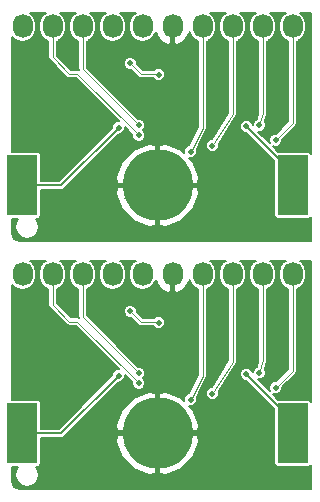
<source format=gbl>
G04 #@! TF.FileFunction,Copper,L2,Bot,Signal*
%FSLAX46Y46*%
G04 Gerber Fmt 4.6, Leading zero omitted, Abs format (unit mm)*
G04 Created by KiCad (PCBNEW 4.0.2+dfsg1-stable) date 2017年01月10日 18時20分23秒*
%MOMM*%
G01*
G04 APERTURE LIST*
%ADD10C,0.100000*%
%ADD11O,6.000000X6.000000*%
%ADD12R,2.500000X5.100000*%
%ADD13O,1.700000X2.032000*%
%ADD14O,1.727200X2.032000*%
%ADD15C,0.500000*%
%ADD16C,0.200000*%
G04 APERTURE END LIST*
D10*
D11*
X156743400Y-86893400D03*
D12*
X168193400Y-86893400D03*
X145293400Y-86893400D03*
D13*
X168173400Y-73431400D03*
D14*
X165633400Y-73431400D03*
X163093400Y-73431400D03*
X160553400Y-73431400D03*
X158013400Y-73431400D03*
X155473400Y-73431400D03*
X152933400Y-73431400D03*
X150393400Y-73431400D03*
X147853400Y-73431400D03*
X145313400Y-73431400D03*
D13*
X168173400Y-94411800D03*
D14*
X165633400Y-94411800D03*
X163093400Y-94411800D03*
X160553400Y-94411800D03*
X158013400Y-94411800D03*
X155473400Y-94411800D03*
X152933400Y-94411800D03*
X150393400Y-94411800D03*
X147853400Y-94411800D03*
X145313400Y-94411800D03*
D11*
X156743400Y-107873800D03*
D12*
X168193400Y-107873800D03*
X145293400Y-107873800D03*
D15*
X147345400Y-76860400D03*
X167081200Y-76733400D03*
X169011600Y-76758800D03*
X149326600Y-76682600D03*
X159207200Y-85826600D03*
X158750000Y-75996800D03*
X158775400Y-78181200D03*
X162306000Y-75946000D03*
X162306000Y-78232000D03*
X162306000Y-99212400D03*
X162306000Y-96926400D03*
X158775400Y-99161600D03*
X158750000Y-96977200D03*
X159207200Y-106807000D03*
X149326600Y-97663000D03*
X169011600Y-97739200D03*
X167081200Y-97713800D03*
X147345400Y-97840800D03*
X164261800Y-81889600D03*
X153441400Y-82003900D03*
X153441400Y-102984300D03*
X164261800Y-102870000D03*
X166725600Y-83058000D03*
X166725600Y-104038400D03*
X165345207Y-81784809D03*
X165345207Y-102765209D03*
X161378900Y-83527900D03*
X161378900Y-104508300D03*
X159537400Y-84035900D03*
X159537400Y-105016300D03*
X155155900Y-81813400D03*
X155155900Y-102793800D03*
X155155900Y-82638900D03*
X155155900Y-103619300D03*
X154406600Y-76555600D03*
X156819600Y-77520800D03*
X156819600Y-98501200D03*
X154406600Y-97536000D03*
D16*
X167081200Y-76733400D02*
X167081200Y-76758800D01*
X169011600Y-76758800D02*
X169011600Y-76733400D01*
X149326600Y-76682600D02*
X149326600Y-76708000D01*
X157116200Y-87917600D02*
X159207200Y-85826600D01*
X154000000Y-87917600D02*
X157116200Y-87917600D01*
X158750000Y-75996800D02*
X158775400Y-76022200D01*
X158775400Y-76022200D02*
X158775400Y-78181200D01*
X162306000Y-75946000D02*
X162306000Y-78232000D01*
X162306000Y-96926400D02*
X162306000Y-99212400D01*
X158775400Y-97002600D02*
X158775400Y-99161600D01*
X158750000Y-96977200D02*
X158775400Y-97002600D01*
X154000000Y-108898000D02*
X157116200Y-108898000D01*
X157116200Y-108898000D02*
X159207200Y-106807000D01*
X149326600Y-97663000D02*
X149326600Y-97688400D01*
X169011600Y-97739200D02*
X169011600Y-97713800D01*
X167081200Y-97713800D02*
X167081200Y-97739200D01*
X168193400Y-85821200D02*
X164261800Y-81889600D01*
X168193400Y-86893400D02*
X168193400Y-85821200D01*
X145293400Y-86893400D02*
X145923000Y-86893400D01*
X145293400Y-86893400D02*
X145884900Y-86893400D01*
X148551900Y-86893400D02*
X153441400Y-82003900D01*
X145293400Y-86893400D02*
X148551900Y-86893400D01*
X145293400Y-107873800D02*
X148551900Y-107873800D01*
X148551900Y-107873800D02*
X153441400Y-102984300D01*
X145293400Y-107873800D02*
X145884900Y-107873800D01*
X145293400Y-107873800D02*
X145923000Y-107873800D01*
X168193400Y-107873800D02*
X168193400Y-106801600D01*
X168193400Y-106801600D02*
X164261800Y-102870000D01*
D10*
X166725600Y-83058000D02*
X168173400Y-81610200D01*
X168173400Y-81610200D02*
X168173400Y-73431400D01*
X168173400Y-102590600D02*
X168173400Y-94411800D01*
X166725600Y-104038400D02*
X168173400Y-102590600D01*
X165345207Y-81784809D02*
X165633400Y-80721200D01*
X165633400Y-80721200D02*
X165633400Y-73431400D01*
X165633400Y-101701600D02*
X165633400Y-94411800D01*
X165345207Y-102765209D02*
X165633400Y-101701600D01*
X161378900Y-83527900D02*
X163093400Y-80822800D01*
X163093400Y-80822800D02*
X163093400Y-73431400D01*
X163093400Y-101803200D02*
X163093400Y-94411800D01*
X161378900Y-104508300D02*
X163093400Y-101803200D01*
X159537400Y-84035900D02*
X160553400Y-82067400D01*
X160553400Y-82067400D02*
X160553400Y-73431400D01*
X160553400Y-103047800D02*
X160553400Y-94411800D01*
X159537400Y-105016300D02*
X160553400Y-103047800D01*
X155155900Y-81813400D02*
X150393400Y-77050900D01*
X150393400Y-77050900D02*
X150393400Y-73431400D01*
X150393400Y-98031300D02*
X150393400Y-94411800D01*
X155155900Y-102793800D02*
X150393400Y-98031300D01*
X155155900Y-82638900D02*
X149948900Y-77431900D01*
X149948900Y-77431900D02*
X149250400Y-77431900D01*
X149250400Y-77431900D02*
X147853400Y-76034900D01*
X147853400Y-76034900D02*
X147853400Y-73431400D01*
X147853400Y-97015300D02*
X147853400Y-94411800D01*
X149250400Y-98412300D02*
X147853400Y-97015300D01*
X149948900Y-98412300D02*
X149250400Y-98412300D01*
X155155900Y-103619300D02*
X149948900Y-98412300D01*
X155321000Y-77470000D02*
X154406600Y-76555600D01*
X156768800Y-77470000D02*
X155321000Y-77470000D01*
X156819600Y-77520800D02*
X156768800Y-77470000D01*
X156819600Y-98501200D02*
X156768800Y-98450400D01*
X156768800Y-98450400D02*
X155321000Y-98450400D01*
X155321000Y-98450400D02*
X154406600Y-97536000D01*
D16*
G36*
X152110611Y-93410829D02*
X151858374Y-93788328D01*
X151769800Y-94233618D01*
X151769800Y-94589982D01*
X151858374Y-95035272D01*
X152110611Y-95412771D01*
X152488110Y-95665008D01*
X152933400Y-95753582D01*
X153378690Y-95665008D01*
X153756189Y-95412771D01*
X154008426Y-95035272D01*
X154097000Y-94589982D01*
X154097000Y-94233618D01*
X154008426Y-93788328D01*
X153756189Y-93410829D01*
X153534648Y-93262800D01*
X154872152Y-93262800D01*
X154650611Y-93410829D01*
X154398374Y-93788328D01*
X154309800Y-94233618D01*
X154309800Y-94589982D01*
X154398374Y-95035272D01*
X154650611Y-95412771D01*
X155028110Y-95665008D01*
X155473400Y-95753582D01*
X155918690Y-95665008D01*
X156296189Y-95412771D01*
X156548426Y-95035272D01*
X156583521Y-94858840D01*
X156759562Y-95334429D01*
X157149759Y-95755622D01*
X157632351Y-95985611D01*
X157859400Y-95874783D01*
X157859400Y-94565800D01*
X157839400Y-94565800D01*
X157839400Y-94257800D01*
X157859400Y-94257800D01*
X157859400Y-94237800D01*
X158167400Y-94237800D01*
X158167400Y-94257800D01*
X158187400Y-94257800D01*
X158187400Y-94565800D01*
X158167400Y-94565800D01*
X158167400Y-95874783D01*
X158394449Y-95985611D01*
X158877041Y-95755622D01*
X159267238Y-95334429D01*
X159443279Y-94858840D01*
X159478374Y-95035272D01*
X159730611Y-95412771D01*
X160108110Y-95665008D01*
X160203400Y-95683962D01*
X160203400Y-102962805D01*
X159427173Y-104466744D01*
X159226257Y-104549761D01*
X159071405Y-104704343D01*
X158987496Y-104906418D01*
X158987317Y-105111465D01*
X158758166Y-104880738D01*
X157459406Y-104337554D01*
X156897400Y-104421083D01*
X156897400Y-107719800D01*
X160195967Y-107719800D01*
X160279641Y-107157795D01*
X159750196Y-105879589D01*
X159438961Y-105566214D01*
X159646322Y-105566395D01*
X159848543Y-105482839D01*
X160003395Y-105328257D01*
X160087304Y-105126182D01*
X160087495Y-104907378D01*
X160043030Y-104799763D01*
X160864417Y-103208325D01*
X160868517Y-103194072D01*
X160876758Y-103181739D01*
X160887272Y-103128880D01*
X160902173Y-103077085D01*
X160900507Y-103062346D01*
X160903400Y-103047800D01*
X160903400Y-95683962D01*
X160998690Y-95665008D01*
X161376189Y-95412771D01*
X161628426Y-95035272D01*
X161717000Y-94589982D01*
X161717000Y-94233618D01*
X161628426Y-93788328D01*
X161376189Y-93410829D01*
X161154648Y-93262800D01*
X162492152Y-93262800D01*
X162270611Y-93410829D01*
X162018374Y-93788328D01*
X161929800Y-94233618D01*
X161929800Y-94589982D01*
X162018374Y-95035272D01*
X162270611Y-95412771D01*
X162648110Y-95665008D01*
X162743400Y-95683962D01*
X162743400Y-101701626D01*
X161313150Y-103958243D01*
X161269978Y-103958205D01*
X161067757Y-104041761D01*
X160912905Y-104196343D01*
X160828996Y-104398418D01*
X160828805Y-104617222D01*
X160912361Y-104819443D01*
X161066943Y-104974295D01*
X161269018Y-105058204D01*
X161487822Y-105058395D01*
X161690043Y-104974839D01*
X161844895Y-104820257D01*
X161928804Y-104618182D01*
X161928995Y-104399378D01*
X161902679Y-104335689D01*
X163389024Y-101990567D01*
X163399934Y-101962318D01*
X163416758Y-101937139D01*
X163424299Y-101899230D01*
X163438223Y-101863175D01*
X163437492Y-101832902D01*
X163443400Y-101803200D01*
X163443400Y-95683962D01*
X163538690Y-95665008D01*
X163916189Y-95412771D01*
X164168426Y-95035272D01*
X164257000Y-94589982D01*
X164257000Y-94233618D01*
X164168426Y-93788328D01*
X163916189Y-93410829D01*
X163694648Y-93262800D01*
X165032152Y-93262800D01*
X164810611Y-93410829D01*
X164558374Y-93788328D01*
X164469800Y-94233618D01*
X164469800Y-94589982D01*
X164558374Y-95035272D01*
X164810611Y-95412771D01*
X165188110Y-95665008D01*
X165283400Y-95683962D01*
X165283400Y-101655020D01*
X165118445Y-102263804D01*
X165034064Y-102298670D01*
X164879212Y-102453252D01*
X164795303Y-102655327D01*
X164795246Y-102720784D01*
X164728339Y-102558857D01*
X164573757Y-102404005D01*
X164371682Y-102320096D01*
X164152878Y-102319905D01*
X163950657Y-102403461D01*
X163795805Y-102558043D01*
X163711896Y-102760118D01*
X163711705Y-102978922D01*
X163795261Y-103181143D01*
X163949843Y-103335995D01*
X164151918Y-103419904D01*
X164246100Y-103419986D01*
X166637523Y-105811409D01*
X166637523Y-110423800D01*
X166658442Y-110534973D01*
X166724145Y-110637079D01*
X166824397Y-110705578D01*
X166943400Y-110729677D01*
X169443400Y-110729677D01*
X169554573Y-110708758D01*
X169656679Y-110643055D01*
X169724400Y-110543942D01*
X169724400Y-112578800D01*
X145096336Y-112578800D01*
X144816912Y-112523219D01*
X144611340Y-112385860D01*
X144473981Y-112180289D01*
X144418400Y-111900863D01*
X144418400Y-110729677D01*
X144906258Y-110729677D01*
X144743938Y-110972606D01*
X144665627Y-111366300D01*
X144743938Y-111759994D01*
X144966948Y-112093752D01*
X145300706Y-112316762D01*
X145694400Y-112395073D01*
X146088094Y-112316762D01*
X146421852Y-112093752D01*
X146644862Y-111759994D01*
X146723173Y-111366300D01*
X146644862Y-110972606D01*
X146482542Y-110729677D01*
X146543400Y-110729677D01*
X146654573Y-110708758D01*
X146756679Y-110643055D01*
X146825178Y-110542803D01*
X146849277Y-110423800D01*
X146849277Y-108589805D01*
X153207159Y-108589805D01*
X153736604Y-109868011D01*
X154728634Y-110866862D01*
X156027394Y-111410046D01*
X156589400Y-111326517D01*
X156589400Y-108027800D01*
X156897400Y-108027800D01*
X156897400Y-111326517D01*
X157459406Y-111410046D01*
X158758166Y-110866862D01*
X159750196Y-109868011D01*
X160279641Y-108589805D01*
X160195967Y-108027800D01*
X156897400Y-108027800D01*
X156589400Y-108027800D01*
X153290833Y-108027800D01*
X153207159Y-108589805D01*
X146849277Y-108589805D01*
X146849277Y-108273800D01*
X148551900Y-108273800D01*
X148704974Y-108243352D01*
X148834743Y-108156643D01*
X149833591Y-107157795D01*
X153207159Y-107157795D01*
X153290833Y-107719800D01*
X156589400Y-107719800D01*
X156589400Y-104421083D01*
X156027394Y-104337554D01*
X154728634Y-104880738D01*
X153736604Y-105879589D01*
X153207159Y-107157795D01*
X149833591Y-107157795D01*
X153457072Y-103534314D01*
X153550322Y-103534395D01*
X153752543Y-103450839D01*
X153907395Y-103296257D01*
X153991304Y-103094182D01*
X153991430Y-102949804D01*
X154605948Y-103564322D01*
X154605805Y-103728222D01*
X154689361Y-103930443D01*
X154843943Y-104085295D01*
X155046018Y-104169204D01*
X155264822Y-104169395D01*
X155467043Y-104085839D01*
X155621895Y-103931257D01*
X155705804Y-103729182D01*
X155705995Y-103510378D01*
X155622439Y-103308157D01*
X155520968Y-103206508D01*
X155621895Y-103105757D01*
X155705804Y-102903682D01*
X155705995Y-102684878D01*
X155622439Y-102482657D01*
X155467857Y-102327805D01*
X155265782Y-102243896D01*
X155100826Y-102243752D01*
X150743400Y-97886326D01*
X150743400Y-97644922D01*
X153856505Y-97644922D01*
X153940061Y-97847143D01*
X154094643Y-98001995D01*
X154296718Y-98085904D01*
X154461674Y-98086048D01*
X155073513Y-98697887D01*
X155187061Y-98773758D01*
X155321000Y-98800400D01*
X156348126Y-98800400D01*
X156353061Y-98812343D01*
X156507643Y-98967195D01*
X156709718Y-99051104D01*
X156928522Y-99051295D01*
X157130743Y-98967739D01*
X157285595Y-98813157D01*
X157369504Y-98611082D01*
X157369695Y-98392278D01*
X157286139Y-98190057D01*
X157131557Y-98035205D01*
X156929482Y-97951296D01*
X156710678Y-97951105D01*
X156508457Y-98034661D01*
X156442603Y-98100400D01*
X155465974Y-98100400D01*
X154956552Y-97590978D01*
X154956695Y-97427078D01*
X154873139Y-97224857D01*
X154718557Y-97070005D01*
X154516482Y-96986096D01*
X154297678Y-96985905D01*
X154095457Y-97069461D01*
X153940605Y-97224043D01*
X153856696Y-97426118D01*
X153856505Y-97644922D01*
X150743400Y-97644922D01*
X150743400Y-95683962D01*
X150838690Y-95665008D01*
X151216189Y-95412771D01*
X151468426Y-95035272D01*
X151557000Y-94589982D01*
X151557000Y-94233618D01*
X151468426Y-93788328D01*
X151216189Y-93410829D01*
X150994648Y-93262800D01*
X152332152Y-93262800D01*
X152110611Y-93410829D01*
X152110611Y-93410829D01*
G37*
X152110611Y-93410829D02*
X151858374Y-93788328D01*
X151769800Y-94233618D01*
X151769800Y-94589982D01*
X151858374Y-95035272D01*
X152110611Y-95412771D01*
X152488110Y-95665008D01*
X152933400Y-95753582D01*
X153378690Y-95665008D01*
X153756189Y-95412771D01*
X154008426Y-95035272D01*
X154097000Y-94589982D01*
X154097000Y-94233618D01*
X154008426Y-93788328D01*
X153756189Y-93410829D01*
X153534648Y-93262800D01*
X154872152Y-93262800D01*
X154650611Y-93410829D01*
X154398374Y-93788328D01*
X154309800Y-94233618D01*
X154309800Y-94589982D01*
X154398374Y-95035272D01*
X154650611Y-95412771D01*
X155028110Y-95665008D01*
X155473400Y-95753582D01*
X155918690Y-95665008D01*
X156296189Y-95412771D01*
X156548426Y-95035272D01*
X156583521Y-94858840D01*
X156759562Y-95334429D01*
X157149759Y-95755622D01*
X157632351Y-95985611D01*
X157859400Y-95874783D01*
X157859400Y-94565800D01*
X157839400Y-94565800D01*
X157839400Y-94257800D01*
X157859400Y-94257800D01*
X157859400Y-94237800D01*
X158167400Y-94237800D01*
X158167400Y-94257800D01*
X158187400Y-94257800D01*
X158187400Y-94565800D01*
X158167400Y-94565800D01*
X158167400Y-95874783D01*
X158394449Y-95985611D01*
X158877041Y-95755622D01*
X159267238Y-95334429D01*
X159443279Y-94858840D01*
X159478374Y-95035272D01*
X159730611Y-95412771D01*
X160108110Y-95665008D01*
X160203400Y-95683962D01*
X160203400Y-102962805D01*
X159427173Y-104466744D01*
X159226257Y-104549761D01*
X159071405Y-104704343D01*
X158987496Y-104906418D01*
X158987317Y-105111465D01*
X158758166Y-104880738D01*
X157459406Y-104337554D01*
X156897400Y-104421083D01*
X156897400Y-107719800D01*
X160195967Y-107719800D01*
X160279641Y-107157795D01*
X159750196Y-105879589D01*
X159438961Y-105566214D01*
X159646322Y-105566395D01*
X159848543Y-105482839D01*
X160003395Y-105328257D01*
X160087304Y-105126182D01*
X160087495Y-104907378D01*
X160043030Y-104799763D01*
X160864417Y-103208325D01*
X160868517Y-103194072D01*
X160876758Y-103181739D01*
X160887272Y-103128880D01*
X160902173Y-103077085D01*
X160900507Y-103062346D01*
X160903400Y-103047800D01*
X160903400Y-95683962D01*
X160998690Y-95665008D01*
X161376189Y-95412771D01*
X161628426Y-95035272D01*
X161717000Y-94589982D01*
X161717000Y-94233618D01*
X161628426Y-93788328D01*
X161376189Y-93410829D01*
X161154648Y-93262800D01*
X162492152Y-93262800D01*
X162270611Y-93410829D01*
X162018374Y-93788328D01*
X161929800Y-94233618D01*
X161929800Y-94589982D01*
X162018374Y-95035272D01*
X162270611Y-95412771D01*
X162648110Y-95665008D01*
X162743400Y-95683962D01*
X162743400Y-101701626D01*
X161313150Y-103958243D01*
X161269978Y-103958205D01*
X161067757Y-104041761D01*
X160912905Y-104196343D01*
X160828996Y-104398418D01*
X160828805Y-104617222D01*
X160912361Y-104819443D01*
X161066943Y-104974295D01*
X161269018Y-105058204D01*
X161487822Y-105058395D01*
X161690043Y-104974839D01*
X161844895Y-104820257D01*
X161928804Y-104618182D01*
X161928995Y-104399378D01*
X161902679Y-104335689D01*
X163389024Y-101990567D01*
X163399934Y-101962318D01*
X163416758Y-101937139D01*
X163424299Y-101899230D01*
X163438223Y-101863175D01*
X163437492Y-101832902D01*
X163443400Y-101803200D01*
X163443400Y-95683962D01*
X163538690Y-95665008D01*
X163916189Y-95412771D01*
X164168426Y-95035272D01*
X164257000Y-94589982D01*
X164257000Y-94233618D01*
X164168426Y-93788328D01*
X163916189Y-93410829D01*
X163694648Y-93262800D01*
X165032152Y-93262800D01*
X164810611Y-93410829D01*
X164558374Y-93788328D01*
X164469800Y-94233618D01*
X164469800Y-94589982D01*
X164558374Y-95035272D01*
X164810611Y-95412771D01*
X165188110Y-95665008D01*
X165283400Y-95683962D01*
X165283400Y-101655020D01*
X165118445Y-102263804D01*
X165034064Y-102298670D01*
X164879212Y-102453252D01*
X164795303Y-102655327D01*
X164795246Y-102720784D01*
X164728339Y-102558857D01*
X164573757Y-102404005D01*
X164371682Y-102320096D01*
X164152878Y-102319905D01*
X163950657Y-102403461D01*
X163795805Y-102558043D01*
X163711896Y-102760118D01*
X163711705Y-102978922D01*
X163795261Y-103181143D01*
X163949843Y-103335995D01*
X164151918Y-103419904D01*
X164246100Y-103419986D01*
X166637523Y-105811409D01*
X166637523Y-110423800D01*
X166658442Y-110534973D01*
X166724145Y-110637079D01*
X166824397Y-110705578D01*
X166943400Y-110729677D01*
X169443400Y-110729677D01*
X169554573Y-110708758D01*
X169656679Y-110643055D01*
X169724400Y-110543942D01*
X169724400Y-112578800D01*
X145096336Y-112578800D01*
X144816912Y-112523219D01*
X144611340Y-112385860D01*
X144473981Y-112180289D01*
X144418400Y-111900863D01*
X144418400Y-110729677D01*
X144906258Y-110729677D01*
X144743938Y-110972606D01*
X144665627Y-111366300D01*
X144743938Y-111759994D01*
X144966948Y-112093752D01*
X145300706Y-112316762D01*
X145694400Y-112395073D01*
X146088094Y-112316762D01*
X146421852Y-112093752D01*
X146644862Y-111759994D01*
X146723173Y-111366300D01*
X146644862Y-110972606D01*
X146482542Y-110729677D01*
X146543400Y-110729677D01*
X146654573Y-110708758D01*
X146756679Y-110643055D01*
X146825178Y-110542803D01*
X146849277Y-110423800D01*
X146849277Y-108589805D01*
X153207159Y-108589805D01*
X153736604Y-109868011D01*
X154728634Y-110866862D01*
X156027394Y-111410046D01*
X156589400Y-111326517D01*
X156589400Y-108027800D01*
X156897400Y-108027800D01*
X156897400Y-111326517D01*
X157459406Y-111410046D01*
X158758166Y-110866862D01*
X159750196Y-109868011D01*
X160279641Y-108589805D01*
X160195967Y-108027800D01*
X156897400Y-108027800D01*
X156589400Y-108027800D01*
X153290833Y-108027800D01*
X153207159Y-108589805D01*
X146849277Y-108589805D01*
X146849277Y-108273800D01*
X148551900Y-108273800D01*
X148704974Y-108243352D01*
X148834743Y-108156643D01*
X149833591Y-107157795D01*
X153207159Y-107157795D01*
X153290833Y-107719800D01*
X156589400Y-107719800D01*
X156589400Y-104421083D01*
X156027394Y-104337554D01*
X154728634Y-104880738D01*
X153736604Y-105879589D01*
X153207159Y-107157795D01*
X149833591Y-107157795D01*
X153457072Y-103534314D01*
X153550322Y-103534395D01*
X153752543Y-103450839D01*
X153907395Y-103296257D01*
X153991304Y-103094182D01*
X153991430Y-102949804D01*
X154605948Y-103564322D01*
X154605805Y-103728222D01*
X154689361Y-103930443D01*
X154843943Y-104085295D01*
X155046018Y-104169204D01*
X155264822Y-104169395D01*
X155467043Y-104085839D01*
X155621895Y-103931257D01*
X155705804Y-103729182D01*
X155705995Y-103510378D01*
X155622439Y-103308157D01*
X155520968Y-103206508D01*
X155621895Y-103105757D01*
X155705804Y-102903682D01*
X155705995Y-102684878D01*
X155622439Y-102482657D01*
X155467857Y-102327805D01*
X155265782Y-102243896D01*
X155100826Y-102243752D01*
X150743400Y-97886326D01*
X150743400Y-97644922D01*
X153856505Y-97644922D01*
X153940061Y-97847143D01*
X154094643Y-98001995D01*
X154296718Y-98085904D01*
X154461674Y-98086048D01*
X155073513Y-98697887D01*
X155187061Y-98773758D01*
X155321000Y-98800400D01*
X156348126Y-98800400D01*
X156353061Y-98812343D01*
X156507643Y-98967195D01*
X156709718Y-99051104D01*
X156928522Y-99051295D01*
X157130743Y-98967739D01*
X157285595Y-98813157D01*
X157369504Y-98611082D01*
X157369695Y-98392278D01*
X157286139Y-98190057D01*
X157131557Y-98035205D01*
X156929482Y-97951296D01*
X156710678Y-97951105D01*
X156508457Y-98034661D01*
X156442603Y-98100400D01*
X155465974Y-98100400D01*
X154956552Y-97590978D01*
X154956695Y-97427078D01*
X154873139Y-97224857D01*
X154718557Y-97070005D01*
X154516482Y-96986096D01*
X154297678Y-96985905D01*
X154095457Y-97069461D01*
X153940605Y-97224043D01*
X153856696Y-97426118D01*
X153856505Y-97644922D01*
X150743400Y-97644922D01*
X150743400Y-95683962D01*
X150838690Y-95665008D01*
X151216189Y-95412771D01*
X151468426Y-95035272D01*
X151557000Y-94589982D01*
X151557000Y-94233618D01*
X151468426Y-93788328D01*
X151216189Y-93410829D01*
X150994648Y-93262800D01*
X152332152Y-93262800D01*
X152110611Y-93410829D01*
G36*
X147030611Y-93410829D02*
X146778374Y-93788328D01*
X146689800Y-94233618D01*
X146689800Y-94589982D01*
X146778374Y-95035272D01*
X147030611Y-95412771D01*
X147408110Y-95665008D01*
X147503400Y-95683962D01*
X147503400Y-97015300D01*
X147530042Y-97149239D01*
X147605913Y-97262787D01*
X149002912Y-98659787D01*
X149116460Y-98735658D01*
X149138682Y-98740078D01*
X149250400Y-98762300D01*
X149803926Y-98762300D01*
X153475956Y-102434330D01*
X153332478Y-102434205D01*
X153130257Y-102517761D01*
X152975405Y-102672343D01*
X152891496Y-102874418D01*
X152891414Y-102968600D01*
X148386214Y-107473800D01*
X146849277Y-107473800D01*
X146849277Y-105323800D01*
X146828358Y-105212627D01*
X146762655Y-105110521D01*
X146662403Y-105042022D01*
X146543400Y-105017923D01*
X144418400Y-105017923D01*
X144418400Y-95304700D01*
X144490611Y-95412771D01*
X144868110Y-95665008D01*
X145313400Y-95753582D01*
X145758690Y-95665008D01*
X146136189Y-95412771D01*
X146388426Y-95035272D01*
X146477000Y-94589982D01*
X146477000Y-94233618D01*
X146388426Y-93788328D01*
X146136189Y-93410829D01*
X145914648Y-93262800D01*
X147252152Y-93262800D01*
X147030611Y-93410829D01*
X147030611Y-93410829D01*
G37*
X147030611Y-93410829D02*
X146778374Y-93788328D01*
X146689800Y-94233618D01*
X146689800Y-94589982D01*
X146778374Y-95035272D01*
X147030611Y-95412771D01*
X147408110Y-95665008D01*
X147503400Y-95683962D01*
X147503400Y-97015300D01*
X147530042Y-97149239D01*
X147605913Y-97262787D01*
X149002912Y-98659787D01*
X149116460Y-98735658D01*
X149138682Y-98740078D01*
X149250400Y-98762300D01*
X149803926Y-98762300D01*
X153475956Y-102434330D01*
X153332478Y-102434205D01*
X153130257Y-102517761D01*
X152975405Y-102672343D01*
X152891496Y-102874418D01*
X152891414Y-102968600D01*
X148386214Y-107473800D01*
X146849277Y-107473800D01*
X146849277Y-105323800D01*
X146828358Y-105212627D01*
X146762655Y-105110521D01*
X146662403Y-105042022D01*
X146543400Y-105017923D01*
X144418400Y-105017923D01*
X144418400Y-95304700D01*
X144490611Y-95412771D01*
X144868110Y-95665008D01*
X145313400Y-95753582D01*
X145758690Y-95665008D01*
X146136189Y-95412771D01*
X146388426Y-95035272D01*
X146477000Y-94589982D01*
X146477000Y-94233618D01*
X146388426Y-93788328D01*
X146136189Y-93410829D01*
X145914648Y-93262800D01*
X147252152Y-93262800D01*
X147030611Y-93410829D01*
G36*
X169724400Y-105206476D02*
X169662655Y-105110521D01*
X169562403Y-105042022D01*
X169443400Y-105017923D01*
X166975409Y-105017923D01*
X166496135Y-104538649D01*
X166615718Y-104588304D01*
X166834522Y-104588495D01*
X167036743Y-104504939D01*
X167191595Y-104350357D01*
X167275504Y-104148282D01*
X167275648Y-103983326D01*
X168420887Y-102838088D01*
X168496758Y-102724540D01*
X168504838Y-102683918D01*
X168523400Y-102590600D01*
X168523400Y-95683962D01*
X168613486Y-95666043D01*
X168986573Y-95416755D01*
X169235861Y-95043668D01*
X169323400Y-94603582D01*
X169323400Y-94220018D01*
X169235861Y-93779932D01*
X168986573Y-93406845D01*
X168770994Y-93262800D01*
X169724400Y-93262800D01*
X169724400Y-105206476D01*
X169724400Y-105206476D01*
G37*
X169724400Y-105206476D02*
X169662655Y-105110521D01*
X169562403Y-105042022D01*
X169443400Y-105017923D01*
X166975409Y-105017923D01*
X166496135Y-104538649D01*
X166615718Y-104588304D01*
X166834522Y-104588495D01*
X167036743Y-104504939D01*
X167191595Y-104350357D01*
X167275504Y-104148282D01*
X167275648Y-103983326D01*
X168420887Y-102838088D01*
X168496758Y-102724540D01*
X168504838Y-102683918D01*
X168523400Y-102590600D01*
X168523400Y-95683962D01*
X168613486Y-95666043D01*
X168986573Y-95416755D01*
X169235861Y-95043668D01*
X169323400Y-94603582D01*
X169323400Y-94220018D01*
X169235861Y-93779932D01*
X168986573Y-93406845D01*
X168770994Y-93262800D01*
X169724400Y-93262800D01*
X169724400Y-105206476D01*
G36*
X167360227Y-93406845D02*
X167110939Y-93779932D01*
X167023400Y-94220018D01*
X167023400Y-94603582D01*
X167110939Y-95043668D01*
X167360227Y-95416755D01*
X167733314Y-95666043D01*
X167823400Y-95683962D01*
X167823400Y-102445625D01*
X166780578Y-103488448D01*
X166616678Y-103488305D01*
X166414457Y-103571861D01*
X166259605Y-103726443D01*
X166175696Y-103928518D01*
X166175505Y-104147322D01*
X166225285Y-104267799D01*
X165272632Y-103315146D01*
X165454129Y-103315304D01*
X165656350Y-103231748D01*
X165811202Y-103077166D01*
X165895111Y-102875091D01*
X165895302Y-102656287D01*
X165811746Y-102454066D01*
X165796321Y-102438614D01*
X165971219Y-101793134D01*
X165974375Y-101746974D01*
X165983400Y-101701600D01*
X165983400Y-95683962D01*
X166078690Y-95665008D01*
X166456189Y-95412771D01*
X166708426Y-95035272D01*
X166797000Y-94589982D01*
X166797000Y-94233618D01*
X166708426Y-93788328D01*
X166456189Y-93410829D01*
X166234648Y-93262800D01*
X167575806Y-93262800D01*
X167360227Y-93406845D01*
X167360227Y-93406845D01*
G37*
X167360227Y-93406845D02*
X167110939Y-93779932D01*
X167023400Y-94220018D01*
X167023400Y-94603582D01*
X167110939Y-95043668D01*
X167360227Y-95416755D01*
X167733314Y-95666043D01*
X167823400Y-95683962D01*
X167823400Y-102445625D01*
X166780578Y-103488448D01*
X166616678Y-103488305D01*
X166414457Y-103571861D01*
X166259605Y-103726443D01*
X166175696Y-103928518D01*
X166175505Y-104147322D01*
X166225285Y-104267799D01*
X165272632Y-103315146D01*
X165454129Y-103315304D01*
X165656350Y-103231748D01*
X165811202Y-103077166D01*
X165895111Y-102875091D01*
X165895302Y-102656287D01*
X165811746Y-102454066D01*
X165796321Y-102438614D01*
X165971219Y-101793134D01*
X165974375Y-101746974D01*
X165983400Y-101701600D01*
X165983400Y-95683962D01*
X166078690Y-95665008D01*
X166456189Y-95412771D01*
X166708426Y-95035272D01*
X166797000Y-94589982D01*
X166797000Y-94233618D01*
X166708426Y-93788328D01*
X166456189Y-93410829D01*
X166234648Y-93262800D01*
X167575806Y-93262800D01*
X167360227Y-93406845D01*
G36*
X149570611Y-93410829D02*
X149318374Y-93788328D01*
X149229800Y-94233618D01*
X149229800Y-94589982D01*
X149318374Y-95035272D01*
X149570611Y-95412771D01*
X149948110Y-95665008D01*
X150043400Y-95683962D01*
X150043400Y-98031300D01*
X150053713Y-98083149D01*
X149948900Y-98062300D01*
X149395375Y-98062300D01*
X148203400Y-96870326D01*
X148203400Y-95683962D01*
X148298690Y-95665008D01*
X148676189Y-95412771D01*
X148928426Y-95035272D01*
X149017000Y-94589982D01*
X149017000Y-94233618D01*
X148928426Y-93788328D01*
X148676189Y-93410829D01*
X148454648Y-93262800D01*
X149792152Y-93262800D01*
X149570611Y-93410829D01*
X149570611Y-93410829D01*
G37*
X149570611Y-93410829D02*
X149318374Y-93788328D01*
X149229800Y-94233618D01*
X149229800Y-94589982D01*
X149318374Y-95035272D01*
X149570611Y-95412771D01*
X149948110Y-95665008D01*
X150043400Y-95683962D01*
X150043400Y-98031300D01*
X150053713Y-98083149D01*
X149948900Y-98062300D01*
X149395375Y-98062300D01*
X148203400Y-96870326D01*
X148203400Y-95683962D01*
X148298690Y-95665008D01*
X148676189Y-95412771D01*
X148928426Y-95035272D01*
X149017000Y-94589982D01*
X149017000Y-94233618D01*
X148928426Y-93788328D01*
X148676189Y-93410829D01*
X148454648Y-93262800D01*
X149792152Y-93262800D01*
X149570611Y-93410829D01*
G36*
X152110611Y-72430429D02*
X151858374Y-72807928D01*
X151769800Y-73253218D01*
X151769800Y-73609582D01*
X151858374Y-74054872D01*
X152110611Y-74432371D01*
X152488110Y-74684608D01*
X152933400Y-74773182D01*
X153378690Y-74684608D01*
X153756189Y-74432371D01*
X154008426Y-74054872D01*
X154097000Y-73609582D01*
X154097000Y-73253218D01*
X154008426Y-72807928D01*
X153756189Y-72430429D01*
X153534648Y-72282400D01*
X154872152Y-72282400D01*
X154650611Y-72430429D01*
X154398374Y-72807928D01*
X154309800Y-73253218D01*
X154309800Y-73609582D01*
X154398374Y-74054872D01*
X154650611Y-74432371D01*
X155028110Y-74684608D01*
X155473400Y-74773182D01*
X155918690Y-74684608D01*
X156296189Y-74432371D01*
X156548426Y-74054872D01*
X156583521Y-73878440D01*
X156759562Y-74354029D01*
X157149759Y-74775222D01*
X157632351Y-75005211D01*
X157859400Y-74894383D01*
X157859400Y-73585400D01*
X157839400Y-73585400D01*
X157839400Y-73277400D01*
X157859400Y-73277400D01*
X157859400Y-73257400D01*
X158167400Y-73257400D01*
X158167400Y-73277400D01*
X158187400Y-73277400D01*
X158187400Y-73585400D01*
X158167400Y-73585400D01*
X158167400Y-74894383D01*
X158394449Y-75005211D01*
X158877041Y-74775222D01*
X159267238Y-74354029D01*
X159443279Y-73878440D01*
X159478374Y-74054872D01*
X159730611Y-74432371D01*
X160108110Y-74684608D01*
X160203400Y-74703562D01*
X160203400Y-81982405D01*
X159427173Y-83486344D01*
X159226257Y-83569361D01*
X159071405Y-83723943D01*
X158987496Y-83926018D01*
X158987317Y-84131065D01*
X158758166Y-83900338D01*
X157459406Y-83357154D01*
X156897400Y-83440683D01*
X156897400Y-86739400D01*
X160195967Y-86739400D01*
X160279641Y-86177395D01*
X159750196Y-84899189D01*
X159438961Y-84585814D01*
X159646322Y-84585995D01*
X159848543Y-84502439D01*
X160003395Y-84347857D01*
X160087304Y-84145782D01*
X160087495Y-83926978D01*
X160043030Y-83819363D01*
X160864417Y-82227925D01*
X160868517Y-82213672D01*
X160876758Y-82201339D01*
X160887272Y-82148480D01*
X160902173Y-82096685D01*
X160900507Y-82081946D01*
X160903400Y-82067400D01*
X160903400Y-74703562D01*
X160998690Y-74684608D01*
X161376189Y-74432371D01*
X161628426Y-74054872D01*
X161717000Y-73609582D01*
X161717000Y-73253218D01*
X161628426Y-72807928D01*
X161376189Y-72430429D01*
X161154648Y-72282400D01*
X162492152Y-72282400D01*
X162270611Y-72430429D01*
X162018374Y-72807928D01*
X161929800Y-73253218D01*
X161929800Y-73609582D01*
X162018374Y-74054872D01*
X162270611Y-74432371D01*
X162648110Y-74684608D01*
X162743400Y-74703562D01*
X162743400Y-80721226D01*
X161313150Y-82977843D01*
X161269978Y-82977805D01*
X161067757Y-83061361D01*
X160912905Y-83215943D01*
X160828996Y-83418018D01*
X160828805Y-83636822D01*
X160912361Y-83839043D01*
X161066943Y-83993895D01*
X161269018Y-84077804D01*
X161487822Y-84077995D01*
X161690043Y-83994439D01*
X161844895Y-83839857D01*
X161928804Y-83637782D01*
X161928995Y-83418978D01*
X161902679Y-83355289D01*
X163389024Y-81010167D01*
X163399934Y-80981918D01*
X163416758Y-80956739D01*
X163424299Y-80918830D01*
X163438223Y-80882775D01*
X163437492Y-80852502D01*
X163443400Y-80822800D01*
X163443400Y-74703562D01*
X163538690Y-74684608D01*
X163916189Y-74432371D01*
X164168426Y-74054872D01*
X164257000Y-73609582D01*
X164257000Y-73253218D01*
X164168426Y-72807928D01*
X163916189Y-72430429D01*
X163694648Y-72282400D01*
X165032152Y-72282400D01*
X164810611Y-72430429D01*
X164558374Y-72807928D01*
X164469800Y-73253218D01*
X164469800Y-73609582D01*
X164558374Y-74054872D01*
X164810611Y-74432371D01*
X165188110Y-74684608D01*
X165283400Y-74703562D01*
X165283400Y-80674620D01*
X165118445Y-81283404D01*
X165034064Y-81318270D01*
X164879212Y-81472852D01*
X164795303Y-81674927D01*
X164795246Y-81740384D01*
X164728339Y-81578457D01*
X164573757Y-81423605D01*
X164371682Y-81339696D01*
X164152878Y-81339505D01*
X163950657Y-81423061D01*
X163795805Y-81577643D01*
X163711896Y-81779718D01*
X163711705Y-81998522D01*
X163795261Y-82200743D01*
X163949843Y-82355595D01*
X164151918Y-82439504D01*
X164246100Y-82439586D01*
X166637523Y-84831009D01*
X166637523Y-89443400D01*
X166658442Y-89554573D01*
X166724145Y-89656679D01*
X166824397Y-89725178D01*
X166943400Y-89749277D01*
X169443400Y-89749277D01*
X169554573Y-89728358D01*
X169656679Y-89662655D01*
X169724400Y-89563542D01*
X169724400Y-91598400D01*
X145096336Y-91598400D01*
X144816912Y-91542819D01*
X144611340Y-91405460D01*
X144473981Y-91199889D01*
X144418400Y-90920463D01*
X144418400Y-89749277D01*
X144906258Y-89749277D01*
X144743938Y-89992206D01*
X144665627Y-90385900D01*
X144743938Y-90779594D01*
X144966948Y-91113352D01*
X145300706Y-91336362D01*
X145694400Y-91414673D01*
X146088094Y-91336362D01*
X146421852Y-91113352D01*
X146644862Y-90779594D01*
X146723173Y-90385900D01*
X146644862Y-89992206D01*
X146482542Y-89749277D01*
X146543400Y-89749277D01*
X146654573Y-89728358D01*
X146756679Y-89662655D01*
X146825178Y-89562403D01*
X146849277Y-89443400D01*
X146849277Y-87609405D01*
X153207159Y-87609405D01*
X153736604Y-88887611D01*
X154728634Y-89886462D01*
X156027394Y-90429646D01*
X156589400Y-90346117D01*
X156589400Y-87047400D01*
X156897400Y-87047400D01*
X156897400Y-90346117D01*
X157459406Y-90429646D01*
X158758166Y-89886462D01*
X159750196Y-88887611D01*
X160279641Y-87609405D01*
X160195967Y-87047400D01*
X156897400Y-87047400D01*
X156589400Y-87047400D01*
X153290833Y-87047400D01*
X153207159Y-87609405D01*
X146849277Y-87609405D01*
X146849277Y-87293400D01*
X148551900Y-87293400D01*
X148704974Y-87262952D01*
X148834743Y-87176243D01*
X149833591Y-86177395D01*
X153207159Y-86177395D01*
X153290833Y-86739400D01*
X156589400Y-86739400D01*
X156589400Y-83440683D01*
X156027394Y-83357154D01*
X154728634Y-83900338D01*
X153736604Y-84899189D01*
X153207159Y-86177395D01*
X149833591Y-86177395D01*
X153457072Y-82553914D01*
X153550322Y-82553995D01*
X153752543Y-82470439D01*
X153907395Y-82315857D01*
X153991304Y-82113782D01*
X153991430Y-81969404D01*
X154605948Y-82583922D01*
X154605805Y-82747822D01*
X154689361Y-82950043D01*
X154843943Y-83104895D01*
X155046018Y-83188804D01*
X155264822Y-83188995D01*
X155467043Y-83105439D01*
X155621895Y-82950857D01*
X155705804Y-82748782D01*
X155705995Y-82529978D01*
X155622439Y-82327757D01*
X155520968Y-82226108D01*
X155621895Y-82125357D01*
X155705804Y-81923282D01*
X155705995Y-81704478D01*
X155622439Y-81502257D01*
X155467857Y-81347405D01*
X155265782Y-81263496D01*
X155100826Y-81263352D01*
X150743400Y-76905926D01*
X150743400Y-76664522D01*
X153856505Y-76664522D01*
X153940061Y-76866743D01*
X154094643Y-77021595D01*
X154296718Y-77105504D01*
X154461674Y-77105648D01*
X155073513Y-77717487D01*
X155187061Y-77793358D01*
X155321000Y-77820000D01*
X156348126Y-77820000D01*
X156353061Y-77831943D01*
X156507643Y-77986795D01*
X156709718Y-78070704D01*
X156928522Y-78070895D01*
X157130743Y-77987339D01*
X157285595Y-77832757D01*
X157369504Y-77630682D01*
X157369695Y-77411878D01*
X157286139Y-77209657D01*
X157131557Y-77054805D01*
X156929482Y-76970896D01*
X156710678Y-76970705D01*
X156508457Y-77054261D01*
X156442603Y-77120000D01*
X155465974Y-77120000D01*
X154956552Y-76610578D01*
X154956695Y-76446678D01*
X154873139Y-76244457D01*
X154718557Y-76089605D01*
X154516482Y-76005696D01*
X154297678Y-76005505D01*
X154095457Y-76089061D01*
X153940605Y-76243643D01*
X153856696Y-76445718D01*
X153856505Y-76664522D01*
X150743400Y-76664522D01*
X150743400Y-74703562D01*
X150838690Y-74684608D01*
X151216189Y-74432371D01*
X151468426Y-74054872D01*
X151557000Y-73609582D01*
X151557000Y-73253218D01*
X151468426Y-72807928D01*
X151216189Y-72430429D01*
X150994648Y-72282400D01*
X152332152Y-72282400D01*
X152110611Y-72430429D01*
X152110611Y-72430429D01*
G37*
X152110611Y-72430429D02*
X151858374Y-72807928D01*
X151769800Y-73253218D01*
X151769800Y-73609582D01*
X151858374Y-74054872D01*
X152110611Y-74432371D01*
X152488110Y-74684608D01*
X152933400Y-74773182D01*
X153378690Y-74684608D01*
X153756189Y-74432371D01*
X154008426Y-74054872D01*
X154097000Y-73609582D01*
X154097000Y-73253218D01*
X154008426Y-72807928D01*
X153756189Y-72430429D01*
X153534648Y-72282400D01*
X154872152Y-72282400D01*
X154650611Y-72430429D01*
X154398374Y-72807928D01*
X154309800Y-73253218D01*
X154309800Y-73609582D01*
X154398374Y-74054872D01*
X154650611Y-74432371D01*
X155028110Y-74684608D01*
X155473400Y-74773182D01*
X155918690Y-74684608D01*
X156296189Y-74432371D01*
X156548426Y-74054872D01*
X156583521Y-73878440D01*
X156759562Y-74354029D01*
X157149759Y-74775222D01*
X157632351Y-75005211D01*
X157859400Y-74894383D01*
X157859400Y-73585400D01*
X157839400Y-73585400D01*
X157839400Y-73277400D01*
X157859400Y-73277400D01*
X157859400Y-73257400D01*
X158167400Y-73257400D01*
X158167400Y-73277400D01*
X158187400Y-73277400D01*
X158187400Y-73585400D01*
X158167400Y-73585400D01*
X158167400Y-74894383D01*
X158394449Y-75005211D01*
X158877041Y-74775222D01*
X159267238Y-74354029D01*
X159443279Y-73878440D01*
X159478374Y-74054872D01*
X159730611Y-74432371D01*
X160108110Y-74684608D01*
X160203400Y-74703562D01*
X160203400Y-81982405D01*
X159427173Y-83486344D01*
X159226257Y-83569361D01*
X159071405Y-83723943D01*
X158987496Y-83926018D01*
X158987317Y-84131065D01*
X158758166Y-83900338D01*
X157459406Y-83357154D01*
X156897400Y-83440683D01*
X156897400Y-86739400D01*
X160195967Y-86739400D01*
X160279641Y-86177395D01*
X159750196Y-84899189D01*
X159438961Y-84585814D01*
X159646322Y-84585995D01*
X159848543Y-84502439D01*
X160003395Y-84347857D01*
X160087304Y-84145782D01*
X160087495Y-83926978D01*
X160043030Y-83819363D01*
X160864417Y-82227925D01*
X160868517Y-82213672D01*
X160876758Y-82201339D01*
X160887272Y-82148480D01*
X160902173Y-82096685D01*
X160900507Y-82081946D01*
X160903400Y-82067400D01*
X160903400Y-74703562D01*
X160998690Y-74684608D01*
X161376189Y-74432371D01*
X161628426Y-74054872D01*
X161717000Y-73609582D01*
X161717000Y-73253218D01*
X161628426Y-72807928D01*
X161376189Y-72430429D01*
X161154648Y-72282400D01*
X162492152Y-72282400D01*
X162270611Y-72430429D01*
X162018374Y-72807928D01*
X161929800Y-73253218D01*
X161929800Y-73609582D01*
X162018374Y-74054872D01*
X162270611Y-74432371D01*
X162648110Y-74684608D01*
X162743400Y-74703562D01*
X162743400Y-80721226D01*
X161313150Y-82977843D01*
X161269978Y-82977805D01*
X161067757Y-83061361D01*
X160912905Y-83215943D01*
X160828996Y-83418018D01*
X160828805Y-83636822D01*
X160912361Y-83839043D01*
X161066943Y-83993895D01*
X161269018Y-84077804D01*
X161487822Y-84077995D01*
X161690043Y-83994439D01*
X161844895Y-83839857D01*
X161928804Y-83637782D01*
X161928995Y-83418978D01*
X161902679Y-83355289D01*
X163389024Y-81010167D01*
X163399934Y-80981918D01*
X163416758Y-80956739D01*
X163424299Y-80918830D01*
X163438223Y-80882775D01*
X163437492Y-80852502D01*
X163443400Y-80822800D01*
X163443400Y-74703562D01*
X163538690Y-74684608D01*
X163916189Y-74432371D01*
X164168426Y-74054872D01*
X164257000Y-73609582D01*
X164257000Y-73253218D01*
X164168426Y-72807928D01*
X163916189Y-72430429D01*
X163694648Y-72282400D01*
X165032152Y-72282400D01*
X164810611Y-72430429D01*
X164558374Y-72807928D01*
X164469800Y-73253218D01*
X164469800Y-73609582D01*
X164558374Y-74054872D01*
X164810611Y-74432371D01*
X165188110Y-74684608D01*
X165283400Y-74703562D01*
X165283400Y-80674620D01*
X165118445Y-81283404D01*
X165034064Y-81318270D01*
X164879212Y-81472852D01*
X164795303Y-81674927D01*
X164795246Y-81740384D01*
X164728339Y-81578457D01*
X164573757Y-81423605D01*
X164371682Y-81339696D01*
X164152878Y-81339505D01*
X163950657Y-81423061D01*
X163795805Y-81577643D01*
X163711896Y-81779718D01*
X163711705Y-81998522D01*
X163795261Y-82200743D01*
X163949843Y-82355595D01*
X164151918Y-82439504D01*
X164246100Y-82439586D01*
X166637523Y-84831009D01*
X166637523Y-89443400D01*
X166658442Y-89554573D01*
X166724145Y-89656679D01*
X166824397Y-89725178D01*
X166943400Y-89749277D01*
X169443400Y-89749277D01*
X169554573Y-89728358D01*
X169656679Y-89662655D01*
X169724400Y-89563542D01*
X169724400Y-91598400D01*
X145096336Y-91598400D01*
X144816912Y-91542819D01*
X144611340Y-91405460D01*
X144473981Y-91199889D01*
X144418400Y-90920463D01*
X144418400Y-89749277D01*
X144906258Y-89749277D01*
X144743938Y-89992206D01*
X144665627Y-90385900D01*
X144743938Y-90779594D01*
X144966948Y-91113352D01*
X145300706Y-91336362D01*
X145694400Y-91414673D01*
X146088094Y-91336362D01*
X146421852Y-91113352D01*
X146644862Y-90779594D01*
X146723173Y-90385900D01*
X146644862Y-89992206D01*
X146482542Y-89749277D01*
X146543400Y-89749277D01*
X146654573Y-89728358D01*
X146756679Y-89662655D01*
X146825178Y-89562403D01*
X146849277Y-89443400D01*
X146849277Y-87609405D01*
X153207159Y-87609405D01*
X153736604Y-88887611D01*
X154728634Y-89886462D01*
X156027394Y-90429646D01*
X156589400Y-90346117D01*
X156589400Y-87047400D01*
X156897400Y-87047400D01*
X156897400Y-90346117D01*
X157459406Y-90429646D01*
X158758166Y-89886462D01*
X159750196Y-88887611D01*
X160279641Y-87609405D01*
X160195967Y-87047400D01*
X156897400Y-87047400D01*
X156589400Y-87047400D01*
X153290833Y-87047400D01*
X153207159Y-87609405D01*
X146849277Y-87609405D01*
X146849277Y-87293400D01*
X148551900Y-87293400D01*
X148704974Y-87262952D01*
X148834743Y-87176243D01*
X149833591Y-86177395D01*
X153207159Y-86177395D01*
X153290833Y-86739400D01*
X156589400Y-86739400D01*
X156589400Y-83440683D01*
X156027394Y-83357154D01*
X154728634Y-83900338D01*
X153736604Y-84899189D01*
X153207159Y-86177395D01*
X149833591Y-86177395D01*
X153457072Y-82553914D01*
X153550322Y-82553995D01*
X153752543Y-82470439D01*
X153907395Y-82315857D01*
X153991304Y-82113782D01*
X153991430Y-81969404D01*
X154605948Y-82583922D01*
X154605805Y-82747822D01*
X154689361Y-82950043D01*
X154843943Y-83104895D01*
X155046018Y-83188804D01*
X155264822Y-83188995D01*
X155467043Y-83105439D01*
X155621895Y-82950857D01*
X155705804Y-82748782D01*
X155705995Y-82529978D01*
X155622439Y-82327757D01*
X155520968Y-82226108D01*
X155621895Y-82125357D01*
X155705804Y-81923282D01*
X155705995Y-81704478D01*
X155622439Y-81502257D01*
X155467857Y-81347405D01*
X155265782Y-81263496D01*
X155100826Y-81263352D01*
X150743400Y-76905926D01*
X150743400Y-76664522D01*
X153856505Y-76664522D01*
X153940061Y-76866743D01*
X154094643Y-77021595D01*
X154296718Y-77105504D01*
X154461674Y-77105648D01*
X155073513Y-77717487D01*
X155187061Y-77793358D01*
X155321000Y-77820000D01*
X156348126Y-77820000D01*
X156353061Y-77831943D01*
X156507643Y-77986795D01*
X156709718Y-78070704D01*
X156928522Y-78070895D01*
X157130743Y-77987339D01*
X157285595Y-77832757D01*
X157369504Y-77630682D01*
X157369695Y-77411878D01*
X157286139Y-77209657D01*
X157131557Y-77054805D01*
X156929482Y-76970896D01*
X156710678Y-76970705D01*
X156508457Y-77054261D01*
X156442603Y-77120000D01*
X155465974Y-77120000D01*
X154956552Y-76610578D01*
X154956695Y-76446678D01*
X154873139Y-76244457D01*
X154718557Y-76089605D01*
X154516482Y-76005696D01*
X154297678Y-76005505D01*
X154095457Y-76089061D01*
X153940605Y-76243643D01*
X153856696Y-76445718D01*
X153856505Y-76664522D01*
X150743400Y-76664522D01*
X150743400Y-74703562D01*
X150838690Y-74684608D01*
X151216189Y-74432371D01*
X151468426Y-74054872D01*
X151557000Y-73609582D01*
X151557000Y-73253218D01*
X151468426Y-72807928D01*
X151216189Y-72430429D01*
X150994648Y-72282400D01*
X152332152Y-72282400D01*
X152110611Y-72430429D01*
G36*
X147030611Y-72430429D02*
X146778374Y-72807928D01*
X146689800Y-73253218D01*
X146689800Y-73609582D01*
X146778374Y-74054872D01*
X147030611Y-74432371D01*
X147408110Y-74684608D01*
X147503400Y-74703562D01*
X147503400Y-76034900D01*
X147530042Y-76168839D01*
X147605913Y-76282387D01*
X149002912Y-77679387D01*
X149116460Y-77755258D01*
X149138682Y-77759678D01*
X149250400Y-77781900D01*
X149803926Y-77781900D01*
X153475956Y-81453930D01*
X153332478Y-81453805D01*
X153130257Y-81537361D01*
X152975405Y-81691943D01*
X152891496Y-81894018D01*
X152891414Y-81988200D01*
X148386214Y-86493400D01*
X146849277Y-86493400D01*
X146849277Y-84343400D01*
X146828358Y-84232227D01*
X146762655Y-84130121D01*
X146662403Y-84061622D01*
X146543400Y-84037523D01*
X144418400Y-84037523D01*
X144418400Y-74324300D01*
X144490611Y-74432371D01*
X144868110Y-74684608D01*
X145313400Y-74773182D01*
X145758690Y-74684608D01*
X146136189Y-74432371D01*
X146388426Y-74054872D01*
X146477000Y-73609582D01*
X146477000Y-73253218D01*
X146388426Y-72807928D01*
X146136189Y-72430429D01*
X145914648Y-72282400D01*
X147252152Y-72282400D01*
X147030611Y-72430429D01*
X147030611Y-72430429D01*
G37*
X147030611Y-72430429D02*
X146778374Y-72807928D01*
X146689800Y-73253218D01*
X146689800Y-73609582D01*
X146778374Y-74054872D01*
X147030611Y-74432371D01*
X147408110Y-74684608D01*
X147503400Y-74703562D01*
X147503400Y-76034900D01*
X147530042Y-76168839D01*
X147605913Y-76282387D01*
X149002912Y-77679387D01*
X149116460Y-77755258D01*
X149138682Y-77759678D01*
X149250400Y-77781900D01*
X149803926Y-77781900D01*
X153475956Y-81453930D01*
X153332478Y-81453805D01*
X153130257Y-81537361D01*
X152975405Y-81691943D01*
X152891496Y-81894018D01*
X152891414Y-81988200D01*
X148386214Y-86493400D01*
X146849277Y-86493400D01*
X146849277Y-84343400D01*
X146828358Y-84232227D01*
X146762655Y-84130121D01*
X146662403Y-84061622D01*
X146543400Y-84037523D01*
X144418400Y-84037523D01*
X144418400Y-74324300D01*
X144490611Y-74432371D01*
X144868110Y-74684608D01*
X145313400Y-74773182D01*
X145758690Y-74684608D01*
X146136189Y-74432371D01*
X146388426Y-74054872D01*
X146477000Y-73609582D01*
X146477000Y-73253218D01*
X146388426Y-72807928D01*
X146136189Y-72430429D01*
X145914648Y-72282400D01*
X147252152Y-72282400D01*
X147030611Y-72430429D01*
G36*
X169724400Y-84226076D02*
X169662655Y-84130121D01*
X169562403Y-84061622D01*
X169443400Y-84037523D01*
X166975409Y-84037523D01*
X166496135Y-83558249D01*
X166615718Y-83607904D01*
X166834522Y-83608095D01*
X167036743Y-83524539D01*
X167191595Y-83369957D01*
X167275504Y-83167882D01*
X167275648Y-83002926D01*
X168420887Y-81857688D01*
X168496758Y-81744140D01*
X168504838Y-81703518D01*
X168523400Y-81610200D01*
X168523400Y-74703562D01*
X168613486Y-74685643D01*
X168986573Y-74436355D01*
X169235861Y-74063268D01*
X169323400Y-73623182D01*
X169323400Y-73239618D01*
X169235861Y-72799532D01*
X168986573Y-72426445D01*
X168770994Y-72282400D01*
X169724400Y-72282400D01*
X169724400Y-84226076D01*
X169724400Y-84226076D01*
G37*
X169724400Y-84226076D02*
X169662655Y-84130121D01*
X169562403Y-84061622D01*
X169443400Y-84037523D01*
X166975409Y-84037523D01*
X166496135Y-83558249D01*
X166615718Y-83607904D01*
X166834522Y-83608095D01*
X167036743Y-83524539D01*
X167191595Y-83369957D01*
X167275504Y-83167882D01*
X167275648Y-83002926D01*
X168420887Y-81857688D01*
X168496758Y-81744140D01*
X168504838Y-81703518D01*
X168523400Y-81610200D01*
X168523400Y-74703562D01*
X168613486Y-74685643D01*
X168986573Y-74436355D01*
X169235861Y-74063268D01*
X169323400Y-73623182D01*
X169323400Y-73239618D01*
X169235861Y-72799532D01*
X168986573Y-72426445D01*
X168770994Y-72282400D01*
X169724400Y-72282400D01*
X169724400Y-84226076D01*
G36*
X167360227Y-72426445D02*
X167110939Y-72799532D01*
X167023400Y-73239618D01*
X167023400Y-73623182D01*
X167110939Y-74063268D01*
X167360227Y-74436355D01*
X167733314Y-74685643D01*
X167823400Y-74703562D01*
X167823400Y-81465225D01*
X166780578Y-82508048D01*
X166616678Y-82507905D01*
X166414457Y-82591461D01*
X166259605Y-82746043D01*
X166175696Y-82948118D01*
X166175505Y-83166922D01*
X166225285Y-83287399D01*
X165272632Y-82334746D01*
X165454129Y-82334904D01*
X165656350Y-82251348D01*
X165811202Y-82096766D01*
X165895111Y-81894691D01*
X165895302Y-81675887D01*
X165811746Y-81473666D01*
X165796321Y-81458214D01*
X165971219Y-80812734D01*
X165974375Y-80766574D01*
X165983400Y-80721200D01*
X165983400Y-74703562D01*
X166078690Y-74684608D01*
X166456189Y-74432371D01*
X166708426Y-74054872D01*
X166797000Y-73609582D01*
X166797000Y-73253218D01*
X166708426Y-72807928D01*
X166456189Y-72430429D01*
X166234648Y-72282400D01*
X167575806Y-72282400D01*
X167360227Y-72426445D01*
X167360227Y-72426445D01*
G37*
X167360227Y-72426445D02*
X167110939Y-72799532D01*
X167023400Y-73239618D01*
X167023400Y-73623182D01*
X167110939Y-74063268D01*
X167360227Y-74436355D01*
X167733314Y-74685643D01*
X167823400Y-74703562D01*
X167823400Y-81465225D01*
X166780578Y-82508048D01*
X166616678Y-82507905D01*
X166414457Y-82591461D01*
X166259605Y-82746043D01*
X166175696Y-82948118D01*
X166175505Y-83166922D01*
X166225285Y-83287399D01*
X165272632Y-82334746D01*
X165454129Y-82334904D01*
X165656350Y-82251348D01*
X165811202Y-82096766D01*
X165895111Y-81894691D01*
X165895302Y-81675887D01*
X165811746Y-81473666D01*
X165796321Y-81458214D01*
X165971219Y-80812734D01*
X165974375Y-80766574D01*
X165983400Y-80721200D01*
X165983400Y-74703562D01*
X166078690Y-74684608D01*
X166456189Y-74432371D01*
X166708426Y-74054872D01*
X166797000Y-73609582D01*
X166797000Y-73253218D01*
X166708426Y-72807928D01*
X166456189Y-72430429D01*
X166234648Y-72282400D01*
X167575806Y-72282400D01*
X167360227Y-72426445D01*
G36*
X149570611Y-72430429D02*
X149318374Y-72807928D01*
X149229800Y-73253218D01*
X149229800Y-73609582D01*
X149318374Y-74054872D01*
X149570611Y-74432371D01*
X149948110Y-74684608D01*
X150043400Y-74703562D01*
X150043400Y-77050900D01*
X150053713Y-77102749D01*
X149948900Y-77081900D01*
X149395375Y-77081900D01*
X148203400Y-75889926D01*
X148203400Y-74703562D01*
X148298690Y-74684608D01*
X148676189Y-74432371D01*
X148928426Y-74054872D01*
X149017000Y-73609582D01*
X149017000Y-73253218D01*
X148928426Y-72807928D01*
X148676189Y-72430429D01*
X148454648Y-72282400D01*
X149792152Y-72282400D01*
X149570611Y-72430429D01*
X149570611Y-72430429D01*
G37*
X149570611Y-72430429D02*
X149318374Y-72807928D01*
X149229800Y-73253218D01*
X149229800Y-73609582D01*
X149318374Y-74054872D01*
X149570611Y-74432371D01*
X149948110Y-74684608D01*
X150043400Y-74703562D01*
X150043400Y-77050900D01*
X150053713Y-77102749D01*
X149948900Y-77081900D01*
X149395375Y-77081900D01*
X148203400Y-75889926D01*
X148203400Y-74703562D01*
X148298690Y-74684608D01*
X148676189Y-74432371D01*
X148928426Y-74054872D01*
X149017000Y-73609582D01*
X149017000Y-73253218D01*
X148928426Y-72807928D01*
X148676189Y-72430429D01*
X148454648Y-72282400D01*
X149792152Y-72282400D01*
X149570611Y-72430429D01*
M02*

</source>
